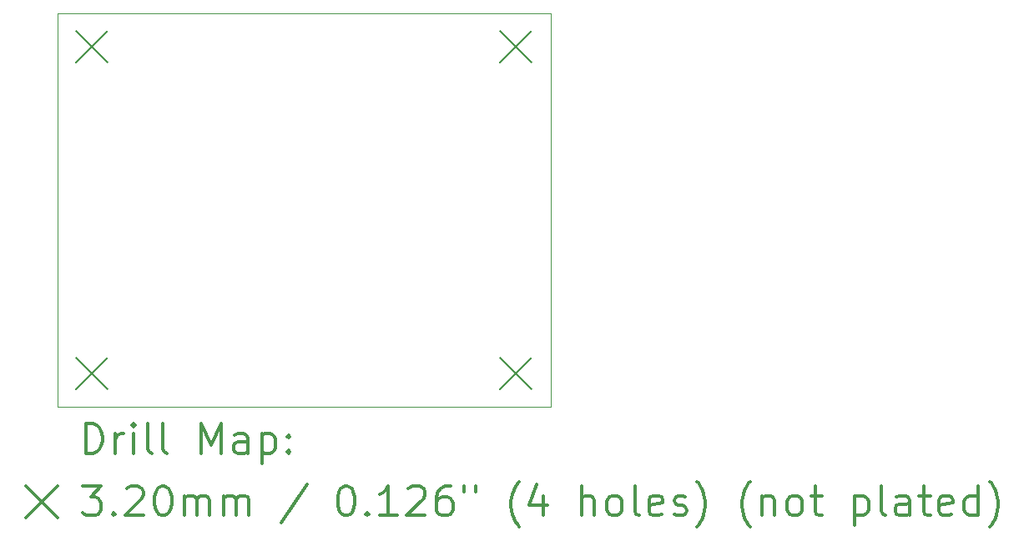
<source format=gbr>
%FSLAX45Y45*%
G04 Gerber Fmt 4.5, Leading zero omitted, Abs format (unit mm)*
G04 Created by KiCad (PCBNEW 5.1.9+dfsg1-1) date 2022-01-28 20:30:31*
%MOMM*%
%LPD*%
G01*
G04 APERTURE LIST*
%TA.AperFunction,Profile*%
%ADD10C,0.100000*%
%TD*%
%ADD11C,0.200000*%
%ADD12C,0.300000*%
G04 APERTURE END LIST*
D10*
X12039600Y-7696200D02*
X17039600Y-7696200D01*
X12039600Y-7696200D02*
X12039600Y-11696200D01*
X12039600Y-11696200D02*
X17039600Y-11696200D01*
X17039600Y-7696200D02*
X17039600Y-11696200D01*
D11*
X12222500Y-7879100D02*
X12542500Y-8199100D01*
X12542500Y-7879100D02*
X12222500Y-8199100D01*
X12222500Y-11193800D02*
X12542500Y-11513800D01*
X12542500Y-11193800D02*
X12222500Y-11513800D01*
X16527800Y-7879100D02*
X16847800Y-8199100D01*
X16847800Y-7879100D02*
X16527800Y-8199100D01*
X16527800Y-11193800D02*
X16847800Y-11513800D01*
X16847800Y-11193800D02*
X16527800Y-11513800D01*
D12*
X12321028Y-12166914D02*
X12321028Y-11866914D01*
X12392457Y-11866914D01*
X12435314Y-11881200D01*
X12463886Y-11909771D01*
X12478171Y-11938343D01*
X12492457Y-11995486D01*
X12492457Y-12038343D01*
X12478171Y-12095486D01*
X12463886Y-12124057D01*
X12435314Y-12152629D01*
X12392457Y-12166914D01*
X12321028Y-12166914D01*
X12621028Y-12166914D02*
X12621028Y-11966914D01*
X12621028Y-12024057D02*
X12635314Y-11995486D01*
X12649600Y-11981200D01*
X12678171Y-11966914D01*
X12706743Y-11966914D01*
X12806743Y-12166914D02*
X12806743Y-11966914D01*
X12806743Y-11866914D02*
X12792457Y-11881200D01*
X12806743Y-11895486D01*
X12821028Y-11881200D01*
X12806743Y-11866914D01*
X12806743Y-11895486D01*
X12992457Y-12166914D02*
X12963886Y-12152629D01*
X12949600Y-12124057D01*
X12949600Y-11866914D01*
X13149600Y-12166914D02*
X13121028Y-12152629D01*
X13106743Y-12124057D01*
X13106743Y-11866914D01*
X13492457Y-12166914D02*
X13492457Y-11866914D01*
X13592457Y-12081200D01*
X13692457Y-11866914D01*
X13692457Y-12166914D01*
X13963886Y-12166914D02*
X13963886Y-12009771D01*
X13949600Y-11981200D01*
X13921028Y-11966914D01*
X13863886Y-11966914D01*
X13835314Y-11981200D01*
X13963886Y-12152629D02*
X13935314Y-12166914D01*
X13863886Y-12166914D01*
X13835314Y-12152629D01*
X13821028Y-12124057D01*
X13821028Y-12095486D01*
X13835314Y-12066914D01*
X13863886Y-12052629D01*
X13935314Y-12052629D01*
X13963886Y-12038343D01*
X14106743Y-11966914D02*
X14106743Y-12266914D01*
X14106743Y-11981200D02*
X14135314Y-11966914D01*
X14192457Y-11966914D01*
X14221028Y-11981200D01*
X14235314Y-11995486D01*
X14249600Y-12024057D01*
X14249600Y-12109771D01*
X14235314Y-12138343D01*
X14221028Y-12152629D01*
X14192457Y-12166914D01*
X14135314Y-12166914D01*
X14106743Y-12152629D01*
X14378171Y-12138343D02*
X14392457Y-12152629D01*
X14378171Y-12166914D01*
X14363886Y-12152629D01*
X14378171Y-12138343D01*
X14378171Y-12166914D01*
X14378171Y-11981200D02*
X14392457Y-11995486D01*
X14378171Y-12009771D01*
X14363886Y-11995486D01*
X14378171Y-11981200D01*
X14378171Y-12009771D01*
X11714600Y-12501200D02*
X12034600Y-12821200D01*
X12034600Y-12501200D02*
X11714600Y-12821200D01*
X12292457Y-12496914D02*
X12478171Y-12496914D01*
X12378171Y-12611200D01*
X12421028Y-12611200D01*
X12449600Y-12625486D01*
X12463886Y-12639771D01*
X12478171Y-12668343D01*
X12478171Y-12739771D01*
X12463886Y-12768343D01*
X12449600Y-12782629D01*
X12421028Y-12796914D01*
X12335314Y-12796914D01*
X12306743Y-12782629D01*
X12292457Y-12768343D01*
X12606743Y-12768343D02*
X12621028Y-12782629D01*
X12606743Y-12796914D01*
X12592457Y-12782629D01*
X12606743Y-12768343D01*
X12606743Y-12796914D01*
X12735314Y-12525486D02*
X12749600Y-12511200D01*
X12778171Y-12496914D01*
X12849600Y-12496914D01*
X12878171Y-12511200D01*
X12892457Y-12525486D01*
X12906743Y-12554057D01*
X12906743Y-12582629D01*
X12892457Y-12625486D01*
X12721028Y-12796914D01*
X12906743Y-12796914D01*
X13092457Y-12496914D02*
X13121028Y-12496914D01*
X13149600Y-12511200D01*
X13163886Y-12525486D01*
X13178171Y-12554057D01*
X13192457Y-12611200D01*
X13192457Y-12682629D01*
X13178171Y-12739771D01*
X13163886Y-12768343D01*
X13149600Y-12782629D01*
X13121028Y-12796914D01*
X13092457Y-12796914D01*
X13063886Y-12782629D01*
X13049600Y-12768343D01*
X13035314Y-12739771D01*
X13021028Y-12682629D01*
X13021028Y-12611200D01*
X13035314Y-12554057D01*
X13049600Y-12525486D01*
X13063886Y-12511200D01*
X13092457Y-12496914D01*
X13321028Y-12796914D02*
X13321028Y-12596914D01*
X13321028Y-12625486D02*
X13335314Y-12611200D01*
X13363886Y-12596914D01*
X13406743Y-12596914D01*
X13435314Y-12611200D01*
X13449600Y-12639771D01*
X13449600Y-12796914D01*
X13449600Y-12639771D02*
X13463886Y-12611200D01*
X13492457Y-12596914D01*
X13535314Y-12596914D01*
X13563886Y-12611200D01*
X13578171Y-12639771D01*
X13578171Y-12796914D01*
X13721028Y-12796914D02*
X13721028Y-12596914D01*
X13721028Y-12625486D02*
X13735314Y-12611200D01*
X13763886Y-12596914D01*
X13806743Y-12596914D01*
X13835314Y-12611200D01*
X13849600Y-12639771D01*
X13849600Y-12796914D01*
X13849600Y-12639771D02*
X13863886Y-12611200D01*
X13892457Y-12596914D01*
X13935314Y-12596914D01*
X13963886Y-12611200D01*
X13978171Y-12639771D01*
X13978171Y-12796914D01*
X14563886Y-12482629D02*
X14306743Y-12868343D01*
X14949600Y-12496914D02*
X14978171Y-12496914D01*
X15006743Y-12511200D01*
X15021028Y-12525486D01*
X15035314Y-12554057D01*
X15049600Y-12611200D01*
X15049600Y-12682629D01*
X15035314Y-12739771D01*
X15021028Y-12768343D01*
X15006743Y-12782629D01*
X14978171Y-12796914D01*
X14949600Y-12796914D01*
X14921028Y-12782629D01*
X14906743Y-12768343D01*
X14892457Y-12739771D01*
X14878171Y-12682629D01*
X14878171Y-12611200D01*
X14892457Y-12554057D01*
X14906743Y-12525486D01*
X14921028Y-12511200D01*
X14949600Y-12496914D01*
X15178171Y-12768343D02*
X15192457Y-12782629D01*
X15178171Y-12796914D01*
X15163886Y-12782629D01*
X15178171Y-12768343D01*
X15178171Y-12796914D01*
X15478171Y-12796914D02*
X15306743Y-12796914D01*
X15392457Y-12796914D02*
X15392457Y-12496914D01*
X15363886Y-12539771D01*
X15335314Y-12568343D01*
X15306743Y-12582629D01*
X15592457Y-12525486D02*
X15606743Y-12511200D01*
X15635314Y-12496914D01*
X15706743Y-12496914D01*
X15735314Y-12511200D01*
X15749600Y-12525486D01*
X15763886Y-12554057D01*
X15763886Y-12582629D01*
X15749600Y-12625486D01*
X15578171Y-12796914D01*
X15763886Y-12796914D01*
X16021028Y-12496914D02*
X15963886Y-12496914D01*
X15935314Y-12511200D01*
X15921028Y-12525486D01*
X15892457Y-12568343D01*
X15878171Y-12625486D01*
X15878171Y-12739771D01*
X15892457Y-12768343D01*
X15906743Y-12782629D01*
X15935314Y-12796914D01*
X15992457Y-12796914D01*
X16021028Y-12782629D01*
X16035314Y-12768343D01*
X16049600Y-12739771D01*
X16049600Y-12668343D01*
X16035314Y-12639771D01*
X16021028Y-12625486D01*
X15992457Y-12611200D01*
X15935314Y-12611200D01*
X15906743Y-12625486D01*
X15892457Y-12639771D01*
X15878171Y-12668343D01*
X16163886Y-12496914D02*
X16163886Y-12554057D01*
X16278171Y-12496914D02*
X16278171Y-12554057D01*
X16721028Y-12911200D02*
X16706743Y-12896914D01*
X16678171Y-12854057D01*
X16663886Y-12825486D01*
X16649600Y-12782629D01*
X16635314Y-12711200D01*
X16635314Y-12654057D01*
X16649600Y-12582629D01*
X16663886Y-12539771D01*
X16678171Y-12511200D01*
X16706743Y-12468343D01*
X16721028Y-12454057D01*
X16963886Y-12596914D02*
X16963886Y-12796914D01*
X16892457Y-12482629D02*
X16821028Y-12696914D01*
X17006743Y-12696914D01*
X17349600Y-12796914D02*
X17349600Y-12496914D01*
X17478171Y-12796914D02*
X17478171Y-12639771D01*
X17463886Y-12611200D01*
X17435314Y-12596914D01*
X17392457Y-12596914D01*
X17363886Y-12611200D01*
X17349600Y-12625486D01*
X17663886Y-12796914D02*
X17635314Y-12782629D01*
X17621028Y-12768343D01*
X17606743Y-12739771D01*
X17606743Y-12654057D01*
X17621028Y-12625486D01*
X17635314Y-12611200D01*
X17663886Y-12596914D01*
X17706743Y-12596914D01*
X17735314Y-12611200D01*
X17749600Y-12625486D01*
X17763886Y-12654057D01*
X17763886Y-12739771D01*
X17749600Y-12768343D01*
X17735314Y-12782629D01*
X17706743Y-12796914D01*
X17663886Y-12796914D01*
X17935314Y-12796914D02*
X17906743Y-12782629D01*
X17892457Y-12754057D01*
X17892457Y-12496914D01*
X18163886Y-12782629D02*
X18135314Y-12796914D01*
X18078171Y-12796914D01*
X18049600Y-12782629D01*
X18035314Y-12754057D01*
X18035314Y-12639771D01*
X18049600Y-12611200D01*
X18078171Y-12596914D01*
X18135314Y-12596914D01*
X18163886Y-12611200D01*
X18178171Y-12639771D01*
X18178171Y-12668343D01*
X18035314Y-12696914D01*
X18292457Y-12782629D02*
X18321028Y-12796914D01*
X18378171Y-12796914D01*
X18406743Y-12782629D01*
X18421028Y-12754057D01*
X18421028Y-12739771D01*
X18406743Y-12711200D01*
X18378171Y-12696914D01*
X18335314Y-12696914D01*
X18306743Y-12682629D01*
X18292457Y-12654057D01*
X18292457Y-12639771D01*
X18306743Y-12611200D01*
X18335314Y-12596914D01*
X18378171Y-12596914D01*
X18406743Y-12611200D01*
X18521028Y-12911200D02*
X18535314Y-12896914D01*
X18563886Y-12854057D01*
X18578171Y-12825486D01*
X18592457Y-12782629D01*
X18606743Y-12711200D01*
X18606743Y-12654057D01*
X18592457Y-12582629D01*
X18578171Y-12539771D01*
X18563886Y-12511200D01*
X18535314Y-12468343D01*
X18521028Y-12454057D01*
X19063886Y-12911200D02*
X19049600Y-12896914D01*
X19021028Y-12854057D01*
X19006743Y-12825486D01*
X18992457Y-12782629D01*
X18978171Y-12711200D01*
X18978171Y-12654057D01*
X18992457Y-12582629D01*
X19006743Y-12539771D01*
X19021028Y-12511200D01*
X19049600Y-12468343D01*
X19063886Y-12454057D01*
X19178171Y-12596914D02*
X19178171Y-12796914D01*
X19178171Y-12625486D02*
X19192457Y-12611200D01*
X19221028Y-12596914D01*
X19263886Y-12596914D01*
X19292457Y-12611200D01*
X19306743Y-12639771D01*
X19306743Y-12796914D01*
X19492457Y-12796914D02*
X19463886Y-12782629D01*
X19449600Y-12768343D01*
X19435314Y-12739771D01*
X19435314Y-12654057D01*
X19449600Y-12625486D01*
X19463886Y-12611200D01*
X19492457Y-12596914D01*
X19535314Y-12596914D01*
X19563886Y-12611200D01*
X19578171Y-12625486D01*
X19592457Y-12654057D01*
X19592457Y-12739771D01*
X19578171Y-12768343D01*
X19563886Y-12782629D01*
X19535314Y-12796914D01*
X19492457Y-12796914D01*
X19678171Y-12596914D02*
X19792457Y-12596914D01*
X19721028Y-12496914D02*
X19721028Y-12754057D01*
X19735314Y-12782629D01*
X19763886Y-12796914D01*
X19792457Y-12796914D01*
X20121028Y-12596914D02*
X20121028Y-12896914D01*
X20121028Y-12611200D02*
X20149600Y-12596914D01*
X20206743Y-12596914D01*
X20235314Y-12611200D01*
X20249600Y-12625486D01*
X20263886Y-12654057D01*
X20263886Y-12739771D01*
X20249600Y-12768343D01*
X20235314Y-12782629D01*
X20206743Y-12796914D01*
X20149600Y-12796914D01*
X20121028Y-12782629D01*
X20435314Y-12796914D02*
X20406743Y-12782629D01*
X20392457Y-12754057D01*
X20392457Y-12496914D01*
X20678171Y-12796914D02*
X20678171Y-12639771D01*
X20663886Y-12611200D01*
X20635314Y-12596914D01*
X20578171Y-12596914D01*
X20549600Y-12611200D01*
X20678171Y-12782629D02*
X20649600Y-12796914D01*
X20578171Y-12796914D01*
X20549600Y-12782629D01*
X20535314Y-12754057D01*
X20535314Y-12725486D01*
X20549600Y-12696914D01*
X20578171Y-12682629D01*
X20649600Y-12682629D01*
X20678171Y-12668343D01*
X20778171Y-12596914D02*
X20892457Y-12596914D01*
X20821028Y-12496914D02*
X20821028Y-12754057D01*
X20835314Y-12782629D01*
X20863886Y-12796914D01*
X20892457Y-12796914D01*
X21106743Y-12782629D02*
X21078171Y-12796914D01*
X21021028Y-12796914D01*
X20992457Y-12782629D01*
X20978171Y-12754057D01*
X20978171Y-12639771D01*
X20992457Y-12611200D01*
X21021028Y-12596914D01*
X21078171Y-12596914D01*
X21106743Y-12611200D01*
X21121028Y-12639771D01*
X21121028Y-12668343D01*
X20978171Y-12696914D01*
X21378171Y-12796914D02*
X21378171Y-12496914D01*
X21378171Y-12782629D02*
X21349600Y-12796914D01*
X21292457Y-12796914D01*
X21263886Y-12782629D01*
X21249600Y-12768343D01*
X21235314Y-12739771D01*
X21235314Y-12654057D01*
X21249600Y-12625486D01*
X21263886Y-12611200D01*
X21292457Y-12596914D01*
X21349600Y-12596914D01*
X21378171Y-12611200D01*
X21492457Y-12911200D02*
X21506743Y-12896914D01*
X21535314Y-12854057D01*
X21549600Y-12825486D01*
X21563886Y-12782629D01*
X21578171Y-12711200D01*
X21578171Y-12654057D01*
X21563886Y-12582629D01*
X21549600Y-12539771D01*
X21535314Y-12511200D01*
X21506743Y-12468343D01*
X21492457Y-12454057D01*
M02*

</source>
